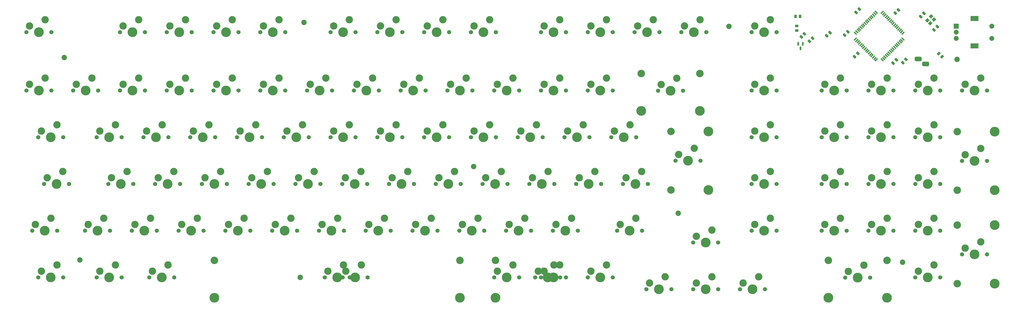
<source format=gbr>
%TF.GenerationSoftware,KiCad,Pcbnew,(6.0.4)*%
%TF.CreationDate,2022-11-05T13:57:26+01:00*%
%TF.ProjectId,pcb-rounded,7063622d-726f-4756-9e64-65642e6b6963,rev?*%
%TF.SameCoordinates,Original*%
%TF.FileFunction,Soldermask,Top*%
%TF.FilePolarity,Negative*%
%FSLAX46Y46*%
G04 Gerber Fmt 4.6, Leading zero omitted, Abs format (unit mm)*
G04 Created by KiCad (PCBNEW (6.0.4)) date 2022-11-05 13:57:26*
%MOMM*%
%LPD*%
G01*
G04 APERTURE LIST*
G04 Aperture macros list*
%AMRoundRect*
0 Rectangle with rounded corners*
0 $1 Rounding radius*
0 $2 $3 $4 $5 $6 $7 $8 $9 X,Y pos of 4 corners*
0 Add a 4 corners polygon primitive as box body*
4,1,4,$2,$3,$4,$5,$6,$7,$8,$9,$2,$3,0*
0 Add four circle primitives for the rounded corners*
1,1,$1+$1,$2,$3*
1,1,$1+$1,$4,$5*
1,1,$1+$1,$6,$7*
1,1,$1+$1,$8,$9*
0 Add four rect primitives between the rounded corners*
20,1,$1+$1,$2,$3,$4,$5,0*
20,1,$1+$1,$4,$5,$6,$7,0*
20,1,$1+$1,$6,$7,$8,$9,0*
20,1,$1+$1,$8,$9,$2,$3,0*%
%AMRotRect*
0 Rectangle, with rotation*
0 The origin of the aperture is its center*
0 $1 length*
0 $2 width*
0 $3 Rotation angle, in degrees counterclockwise*
0 Add horizontal line*
21,1,$1,$2,0,0,$3*%
G04 Aperture macros list end*
%ADD10RoundRect,0.450000X-0.950000X-0.450000X0.950000X-0.450000X0.950000X0.450000X-0.950000X0.450000X0*%
%ADD11C,1.701800*%
%ADD12C,3.987800*%
%ADD13C,3.000000*%
%ADD14RoundRect,0.250000X0.132583X-0.503814X0.503814X-0.132583X-0.132583X0.503814X-0.503814X0.132583X0*%
%ADD15C,2.200000*%
%ADD16RoundRect,0.250000X0.159099X-0.512652X0.512652X-0.159099X-0.159099X0.512652X-0.512652X0.159099X0*%
%ADD17RoundRect,0.250000X-0.159099X0.512652X-0.512652X0.159099X0.159099X-0.512652X0.512652X-0.159099X0*%
%ADD18C,3.048000*%
%ADD19RoundRect,0.250000X-0.503814X-0.132583X-0.132583X-0.503814X0.503814X0.132583X0.132583X0.503814X0*%
%ADD20RotRect,1.500000X0.550000X45.000000*%
%ADD21RotRect,1.500000X0.550000X135.000000*%
%ADD22RoundRect,0.250000X-0.262500X-0.450000X0.262500X-0.450000X0.262500X0.450000X-0.262500X0.450000X0*%
%ADD23RoundRect,0.150000X-0.150000X0.587500X-0.150000X-0.587500X0.150000X-0.587500X0.150000X0.587500X0*%
%ADD24RoundRect,0.250000X-0.132583X0.503814X-0.503814X0.132583X0.132583X-0.503814X0.503814X-0.132583X0*%
%ADD25RotRect,1.400000X1.200000X225.000000*%
%ADD26R,2.000000X2.000000*%
%ADD27C,2.000000*%
%ADD28R,3.200000X2.000000*%
%ADD29RoundRect,0.250000X0.450000X-0.262500X0.450000X0.262500X-0.450000X0.262500X-0.450000X-0.262500X0*%
G04 APERTURE END LIST*
D10*
%TO.C,SW1*%
X458875000Y-185531250D03*
X461875000Y-187531250D03*
%TD*%
D11*
%TO.C,MX13*%
X372586250Y-174625000D03*
D12*
X367506250Y-174625000D03*
D13*
X370046250Y-169545000D03*
D11*
X362426250Y-174625000D03*
D13*
X363696250Y-172085000D03*
%TD*%
%TO.C,MX11*%
X331946250Y-169545000D03*
D11*
X334486250Y-174625000D03*
X324326250Y-174625000D03*
D12*
X329406250Y-174625000D03*
D13*
X325596250Y-172085000D03*
%TD*%
D14*
%TO.C,R2*%
X414554765Y-178345235D03*
X415845235Y-177054765D03*
%TD*%
D12*
%TO.C,MX43*%
X281781250Y-217487500D03*
D11*
X276701250Y-217487500D03*
D13*
X277971250Y-214947500D03*
D11*
X286861250Y-217487500D03*
D13*
X284321250Y-212407500D03*
%TD*%
%TO.C,MX31*%
X446246250Y-193357500D03*
D12*
X443706250Y-198437500D03*
D11*
X438626250Y-198437500D03*
X448786250Y-198437500D03*
D13*
X439896250Y-195897500D03*
%TD*%
%TO.C,MX20*%
X198596250Y-193357500D03*
D11*
X190976250Y-198437500D03*
D12*
X196056250Y-198437500D03*
D13*
X192246250Y-195897500D03*
D11*
X201136250Y-198437500D03*
%TD*%
D12*
%TO.C,MX54*%
X172243750Y-236537500D03*
D11*
X167163750Y-236537500D03*
D13*
X168433750Y-233997500D03*
X174783750Y-231457500D03*
D11*
X177323750Y-236537500D03*
%TD*%
D15*
%TO.C,H3*%
X361156250Y-248443750D03*
%TD*%
%TO.C,H9*%
X111125000Y-184943750D03*
%TD*%
D11*
%TO.C,MX12*%
X343376250Y-174625000D03*
D13*
X344646250Y-172085000D03*
D12*
X348456250Y-174625000D03*
D13*
X350996250Y-169545000D03*
D11*
X353536250Y-174625000D03*
%TD*%
D12*
%TO.C,MX51*%
X107950000Y-236537500D03*
D11*
X113030000Y-236537500D03*
X102870000Y-236537500D03*
D13*
X104140000Y-233997500D03*
X110490000Y-231457500D03*
%TD*%
D16*
%TO.C,C7*%
X465259499Y-173709251D03*
X466603001Y-172365749D03*
%TD*%
D15*
%TO.C,H8*%
X474662500Y-185737500D03*
%TD*%
D11*
%TO.C,MX77*%
X233838750Y-255587500D03*
D13*
X241458750Y-250507500D03*
D11*
X243998750Y-255587500D03*
D13*
X235108750Y-253047500D03*
D12*
X238918750Y-255587500D03*
%TD*%
D17*
%TO.C,C4*%
X434249751Y-183224249D03*
X432906249Y-184567751D03*
%TD*%
D12*
%TO.C,MX79*%
X277018750Y-255587500D03*
D13*
X279558750Y-250507500D03*
X273208750Y-253047500D03*
D11*
X282098750Y-255587500D03*
X271938750Y-255587500D03*
%TD*%
D13*
%TO.C,MX49*%
X446246250Y-212407500D03*
X439896250Y-214947500D03*
D11*
X448786250Y-217487500D03*
D12*
X443706250Y-217487500D03*
D11*
X438626250Y-217487500D03*
%TD*%
D13*
%TO.C,MX45*%
X322421250Y-212407500D03*
D12*
X319881250Y-217487500D03*
D13*
X316071250Y-214947500D03*
D11*
X314801250Y-217487500D03*
X324961250Y-217487500D03*
%TD*%
%TO.C,MX42*%
X267811250Y-217487500D03*
D13*
X265271250Y-212407500D03*
D11*
X257651250Y-217487500D03*
D12*
X262731250Y-217487500D03*
D13*
X258921250Y-214947500D03*
%TD*%
D12*
%TO.C,MX10*%
X310356250Y-174625000D03*
D11*
X305276250Y-174625000D03*
X315436250Y-174625000D03*
D13*
X306546250Y-172085000D03*
X312896250Y-169545000D03*
%TD*%
D12*
%TO.C,MX92*%
X229537500Y-274637500D03*
D13*
X224790000Y-269557500D03*
D11*
X224457500Y-274637500D03*
D18*
X286687500Y-267652500D03*
D11*
X227330000Y-274637500D03*
D13*
X232077500Y-269557500D03*
D12*
X172250100Y-282892500D03*
D11*
X234617500Y-274637500D03*
X217170000Y-274637500D03*
D12*
X272249900Y-282892500D03*
D13*
X225727500Y-272097500D03*
D18*
X272249900Y-267652500D03*
X172250100Y-267652500D03*
D12*
X286687500Y-282892500D03*
D13*
X218440000Y-272097500D03*
D12*
X222250000Y-274637500D03*
%TD*%
D16*
%TO.C,C3*%
X448590749Y-187203001D03*
X449934251Y-185859499D03*
%TD*%
D19*
%TO.C,R8*%
X467254765Y-183354765D03*
X468545235Y-184645235D03*
%TD*%
D13*
%TO.C,MX9*%
X284321250Y-169545000D03*
D11*
X286861250Y-174625000D03*
D12*
X281781250Y-174625000D03*
D13*
X277971250Y-172085000D03*
D11*
X276701250Y-174625000D03*
%TD*%
%TO.C,MX18*%
X163036250Y-198437500D03*
D12*
X157956250Y-198437500D03*
D13*
X160496250Y-193357500D03*
X154146250Y-195897500D03*
D11*
X152876250Y-198437500D03*
%TD*%
%TO.C,MX15*%
X95726250Y-198437500D03*
D12*
X100806250Y-198437500D03*
D11*
X105886250Y-198437500D03*
D13*
X103346250Y-193357500D03*
X96996250Y-195897500D03*
%TD*%
D20*
%TO.C,U1*%
X433288637Y-177414582D03*
X433854323Y-177980267D03*
X434420008Y-178545952D03*
X434985693Y-179111638D03*
X435551379Y-179677323D03*
X436117064Y-180243009D03*
X436682750Y-180808694D03*
X437248435Y-181374380D03*
X437814120Y-181940065D03*
X438379806Y-182505750D03*
X438945491Y-183071436D03*
X439511177Y-183637121D03*
X440076862Y-184202807D03*
X440642548Y-184768492D03*
X441208233Y-185334177D03*
X441773918Y-185899863D03*
D21*
X444178082Y-185899863D03*
X444743767Y-185334177D03*
X445309452Y-184768492D03*
X445875138Y-184202807D03*
X446440823Y-183637121D03*
X447006509Y-183071436D03*
X447572194Y-182505750D03*
X448137880Y-181940065D03*
X448703565Y-181374380D03*
X449269250Y-180808694D03*
X449834936Y-180243009D03*
X450400621Y-179677323D03*
X450966307Y-179111638D03*
X451531992Y-178545952D03*
X452097677Y-177980267D03*
X452663363Y-177414582D03*
D20*
X452663363Y-175010418D03*
X452097677Y-174444733D03*
X451531992Y-173879048D03*
X450966307Y-173313362D03*
X450400621Y-172747677D03*
X449834936Y-172181991D03*
X449269250Y-171616306D03*
X448703565Y-171050620D03*
X448137880Y-170484935D03*
X447572194Y-169919250D03*
X447006509Y-169353564D03*
X446440823Y-168787879D03*
X445875138Y-168222193D03*
X445309452Y-167656508D03*
X444743767Y-167090823D03*
X444178082Y-166525137D03*
D21*
X441773918Y-166525137D03*
X441208233Y-167090823D03*
X440642548Y-167656508D03*
X440076862Y-168222193D03*
X439511177Y-168787879D03*
X438945491Y-169353564D03*
X438379806Y-169919250D03*
X437814120Y-170484935D03*
X437248435Y-171050620D03*
X436682750Y-171616306D03*
X436117064Y-172181991D03*
X435551379Y-172747677D03*
X434985693Y-173313362D03*
X434420008Y-173879048D03*
X433854323Y-174444733D03*
X433288637Y-175010418D03*
%TD*%
D12*
%TO.C,MX5*%
X196056250Y-174625000D03*
D13*
X198596250Y-169545000D03*
D11*
X190976250Y-174625000D03*
D13*
X192246250Y-172085000D03*
D11*
X201136250Y-174625000D03*
%TD*%
%TO.C,MX21*%
X220186250Y-198437500D03*
D12*
X215106250Y-198437500D03*
D11*
X210026250Y-198437500D03*
D13*
X211296250Y-195897500D03*
X217646250Y-193357500D03*
%TD*%
D11*
%TO.C,MX84*%
X401161250Y-255587500D03*
X391001250Y-255587500D03*
D13*
X392271250Y-253047500D03*
X398621250Y-250507500D03*
D12*
X396081250Y-255587500D03*
%TD*%
D13*
%TO.C,MX44*%
X303371250Y-212407500D03*
D11*
X295751250Y-217487500D03*
D12*
X300831250Y-217487500D03*
D11*
X305911250Y-217487500D03*
D13*
X297021250Y-214947500D03*
%TD*%
%TO.C,MX47*%
X398621250Y-212407500D03*
D12*
X396081250Y-217487500D03*
D11*
X401161250Y-217487500D03*
D13*
X392271250Y-214947500D03*
D11*
X391001250Y-217487500D03*
%TD*%
D13*
%TO.C,MX32*%
X458946250Y-195897500D03*
D12*
X462756250Y-198437500D03*
D11*
X457676250Y-198437500D03*
X467836250Y-198437500D03*
D13*
X465296250Y-193357500D03*
%TD*%
D11*
%TO.C,MX91*%
X145732500Y-274637500D03*
X155892500Y-274637500D03*
D12*
X150812500Y-274637500D03*
D13*
X147002500Y-272097500D03*
X153352500Y-269557500D03*
%TD*%
D11*
%TO.C,MX36*%
X153511250Y-217487500D03*
D12*
X148431250Y-217487500D03*
D13*
X144621250Y-214947500D03*
D11*
X143351250Y-217487500D03*
D13*
X150971250Y-212407500D03*
%TD*%
%TO.C,MX71*%
X127158750Y-250507500D03*
D12*
X124618750Y-255587500D03*
D13*
X120808750Y-253047500D03*
D11*
X119538750Y-255587500D03*
X129698750Y-255587500D03*
%TD*%
%TO.C,MX80*%
X301148750Y-255587500D03*
D13*
X298608750Y-250507500D03*
X292258750Y-253047500D03*
D12*
X296068750Y-255587500D03*
D11*
X290988750Y-255587500D03*
%TD*%
D22*
%TO.C,R7*%
X408887500Y-168200000D03*
X410712500Y-168200000D03*
%TD*%
D12*
%TO.C,MX89*%
X105568750Y-274637500D03*
D13*
X108108750Y-269557500D03*
D11*
X100488750Y-274637500D03*
D13*
X101758750Y-272097500D03*
D11*
X110648750Y-274637500D03*
%TD*%
%TO.C,MX66*%
X429736250Y-236537500D03*
D13*
X427196250Y-231457500D03*
D12*
X424656250Y-236537500D03*
D13*
X420846250Y-233997500D03*
D11*
X419576250Y-236537500D03*
%TD*%
%TO.C,MX3*%
X163036250Y-174625000D03*
D13*
X160496250Y-169545000D03*
D12*
X157956250Y-174625000D03*
D13*
X154146250Y-172085000D03*
D11*
X152876250Y-174625000D03*
%TD*%
D12*
%TO.C,MX61*%
X305593750Y-236537500D03*
D13*
X308133750Y-231457500D03*
D11*
X310673750Y-236537500D03*
D13*
X301783750Y-233997500D03*
D11*
X300513750Y-236537500D03*
%TD*%
%TO.C,MX100*%
X457676250Y-274637500D03*
D13*
X458946250Y-272097500D03*
X465296250Y-269557500D03*
D12*
X462756250Y-274637500D03*
D11*
X467836250Y-274637500D03*
%TD*%
D12*
%TO.C,MX86*%
X443706250Y-255587500D03*
D13*
X439896250Y-253047500D03*
D11*
X448786250Y-255587500D03*
D13*
X446246250Y-250507500D03*
D11*
X438626250Y-255587500D03*
%TD*%
%TO.C,MX39*%
X210661250Y-217487500D03*
X200501250Y-217487500D03*
D12*
X205581250Y-217487500D03*
D13*
X208121250Y-212407500D03*
X201771250Y-214947500D03*
%TD*%
D12*
%TO.C,MX87*%
X462756250Y-255587500D03*
D11*
X457676250Y-255587500D03*
X467836250Y-255587500D03*
D13*
X465296250Y-250507500D03*
X458946250Y-253047500D03*
%TD*%
D11*
%TO.C,MX83*%
X367188750Y-260350000D03*
D12*
X372268750Y-260350000D03*
D11*
X377348750Y-260350000D03*
D13*
X368458750Y-257810000D03*
X374808750Y-255270000D03*
%TD*%
%TO.C,MX78*%
X254158750Y-253047500D03*
D11*
X252888750Y-255587500D03*
D12*
X257968750Y-255587500D03*
D11*
X263048750Y-255587500D03*
D13*
X260508750Y-250507500D03*
%TD*%
D15*
%TO.C,H5*%
X277812500Y-229393750D03*
%TD*%
D13*
%TO.C,MX40*%
X220821250Y-214947500D03*
D12*
X224631250Y-217487500D03*
D11*
X219551250Y-217487500D03*
D13*
X227171250Y-212407500D03*
D11*
X229711250Y-217487500D03*
%TD*%
%TO.C,MX81*%
X310038750Y-255587500D03*
D13*
X311308750Y-253047500D03*
X317658750Y-250507500D03*
D11*
X320198750Y-255587500D03*
D12*
X315118750Y-255587500D03*
%TD*%
D11*
%TO.C,MX25*%
X296386250Y-198437500D03*
D13*
X293846250Y-193357500D03*
D11*
X286226250Y-198437500D03*
D12*
X291306250Y-198437500D03*
D13*
X287496250Y-195897500D03*
%TD*%
D17*
%TO.C,C8*%
X422946751Y-174746999D03*
X421603249Y-176090501D03*
%TD*%
D13*
%TO.C,MX52*%
X130333750Y-233997500D03*
X136683750Y-231457500D03*
D11*
X139223750Y-236537500D03*
D12*
X134143750Y-236537500D03*
D11*
X129063750Y-236537500D03*
%TD*%
D12*
%TO.C,MX28*%
X369919250Y-206692500D03*
D11*
X352901250Y-198503639D03*
D13*
X354171250Y-195963639D03*
X360521250Y-193423639D03*
D12*
X357981250Y-198503639D03*
D11*
X363061250Y-198503639D03*
D12*
X346043250Y-206692500D03*
D18*
X346043250Y-191452500D03*
X369919250Y-191452500D03*
%TD*%
D11*
%TO.C,MX97*%
X367188750Y-279400000D03*
D12*
X372268750Y-279400000D03*
D13*
X374808750Y-274320000D03*
X368458750Y-276860000D03*
D11*
X377348750Y-279400000D03*
%TD*%
D15*
%TO.C,H4*%
X208756250Y-170656250D03*
%TD*%
D11*
%TO.C,MX63*%
X338613750Y-236537500D03*
D12*
X343693750Y-236537500D03*
D11*
X348773750Y-236537500D03*
D13*
X339883750Y-233997500D03*
X346233750Y-231457500D03*
%TD*%
%TO.C,MX16*%
X122396250Y-193357500D03*
D11*
X114776250Y-198437500D03*
X124936250Y-198437500D03*
D13*
X116046250Y-195897500D03*
D12*
X119856250Y-198437500D03*
%TD*%
D13*
%TO.C,MX76*%
X222408750Y-250507500D03*
D12*
X219868750Y-255587500D03*
D11*
X214788750Y-255587500D03*
D13*
X216058750Y-253047500D03*
D11*
X224948750Y-255587500D03*
%TD*%
D13*
%TO.C,MX14*%
X392271250Y-172085000D03*
D11*
X391001250Y-174625000D03*
X401161250Y-174625000D03*
D12*
X396081250Y-174625000D03*
D13*
X398621250Y-169545000D03*
%TD*%
D11*
%TO.C,MX65*%
X391001250Y-236537500D03*
D13*
X392271250Y-233997500D03*
D11*
X401161250Y-236537500D03*
D12*
X396081250Y-236537500D03*
D13*
X398621250Y-231457500D03*
%TD*%
D23*
%TO.C,Q1*%
X411850000Y-179362500D03*
X409950000Y-179362500D03*
X410900000Y-181237500D03*
%TD*%
D12*
%TO.C,MX75*%
X200818750Y-255587500D03*
D11*
X205898750Y-255587500D03*
D13*
X203358750Y-250507500D03*
D11*
X195738750Y-255587500D03*
D13*
X197008750Y-253047500D03*
%TD*%
D15*
%TO.C,H7*%
X381793750Y-172243750D03*
%TD*%
D11*
%TO.C,MX50*%
X457676250Y-217487500D03*
D13*
X458946250Y-214947500D03*
D11*
X467836250Y-217487500D03*
D12*
X462756250Y-217487500D03*
D13*
X465296250Y-212407500D03*
%TD*%
D12*
%TO.C,MX70*%
X103187500Y-255587500D03*
D13*
X99377500Y-253047500D03*
D11*
X98107500Y-255587500D03*
D13*
X105727500Y-250507500D03*
D11*
X108267500Y-255587500D03*
%TD*%
D14*
%TO.C,R1*%
X452586015Y-187027970D03*
X453876485Y-185737500D03*
%TD*%
D13*
%TO.C,MX33*%
X484346250Y-193357500D03*
D11*
X486886250Y-198437500D03*
X476726250Y-198437500D03*
D12*
X481806250Y-198437500D03*
D13*
X477996250Y-195897500D03*
%TD*%
%TO.C,MX72*%
X139858750Y-253047500D03*
D11*
X138588750Y-255587500D03*
D13*
X146208750Y-250507500D03*
D11*
X148748750Y-255587500D03*
D12*
X143668750Y-255587500D03*
%TD*%
D13*
%TO.C,MX94*%
X310515000Y-269557500D03*
X304165000Y-272097500D03*
D12*
X307975000Y-274637500D03*
D11*
X313055000Y-274637500D03*
D12*
X310356250Y-274637500D03*
D13*
X306546250Y-272097500D03*
D11*
X305276250Y-274637500D03*
X315436250Y-274637500D03*
X302895000Y-274637500D03*
D13*
X312896250Y-269557500D03*
%TD*%
D11*
%TO.C,MX74*%
X186848750Y-255587500D03*
X176688750Y-255587500D03*
D13*
X177958750Y-253047500D03*
X184308750Y-250507500D03*
D12*
X181768750Y-255587500D03*
%TD*%
D15*
%TO.C,H6*%
X207168750Y-274637500D03*
%TD*%
D16*
%TO.C,C6*%
X433509499Y-166565501D03*
X434853001Y-165221999D03*
%TD*%
D24*
%TO.C,R3*%
X412545235Y-175254765D03*
X411254765Y-176545235D03*
%TD*%
D13*
%TO.C,MX6*%
X220821250Y-172085000D03*
D11*
X219551250Y-174625000D03*
D13*
X227171250Y-169545000D03*
D11*
X229711250Y-174625000D03*
D12*
X224631250Y-174625000D03*
%TD*%
D13*
%TO.C,MX19*%
X179546250Y-193357500D03*
D11*
X171926250Y-198437500D03*
D12*
X177006250Y-198437500D03*
D11*
X182086250Y-198437500D03*
D13*
X173196250Y-195897500D03*
%TD*%
D25*
%TO.C,Y1*%
X464108027Y-168221142D03*
X462552392Y-169776777D03*
X463754473Y-170978858D03*
X465310108Y-169423223D03*
%TD*%
D12*
%TO.C,MX90*%
X129381250Y-274637500D03*
D11*
X124301250Y-274637500D03*
X134461250Y-274637500D03*
D13*
X125571250Y-272097500D03*
X131921250Y-269557500D03*
%TD*%
D24*
%TO.C,R6*%
X450789985Y-165554765D03*
X449499515Y-166845235D03*
%TD*%
D18*
%TO.C,MX69*%
X474755111Y-239016639D03*
D12*
X489995111Y-215140639D03*
X489995111Y-239016639D03*
X481806250Y-227078639D03*
D13*
X477996250Y-224538639D03*
D11*
X486886250Y-227078639D03*
D13*
X484346250Y-221998639D03*
D11*
X476726250Y-227078639D03*
D18*
X474755111Y-215140639D03*
%TD*%
D12*
%TO.C,MX30*%
X424656250Y-198437500D03*
D13*
X420846250Y-195897500D03*
D11*
X429736250Y-198437500D03*
D13*
X427196250Y-193357500D03*
D11*
X419576250Y-198437500D03*
%TD*%
%TO.C,MX85*%
X419576250Y-255587500D03*
D12*
X424656250Y-255587500D03*
D11*
X429736250Y-255587500D03*
D13*
X427196250Y-250507500D03*
X420846250Y-253047500D03*
%TD*%
D15*
%TO.C,H2*%
X452500000Y-268400000D03*
%TD*%
D13*
%TO.C,MX73*%
X165258750Y-250507500D03*
X158908750Y-253047500D03*
D11*
X167798750Y-255587500D03*
D12*
X162718750Y-255587500D03*
D11*
X157638750Y-255587500D03*
%TD*%
D13*
%TO.C,MX57*%
X225583750Y-233997500D03*
D11*
X234473750Y-236537500D03*
D12*
X229393750Y-236537500D03*
D13*
X231933750Y-231457500D03*
D11*
X224313750Y-236537500D03*
%TD*%
D13*
%TO.C,MX48*%
X420846250Y-214947500D03*
D11*
X419576250Y-217487500D03*
X429736250Y-217487500D03*
D13*
X427196250Y-212407500D03*
D12*
X424656250Y-217487500D03*
%TD*%
D11*
%TO.C,MX95*%
X334486250Y-274637500D03*
D13*
X331946250Y-269557500D03*
D12*
X329406250Y-274637500D03*
D11*
X324326250Y-274637500D03*
D13*
X325596250Y-272097500D03*
%TD*%
D11*
%TO.C,MX98*%
X396398750Y-279400000D03*
D13*
X387508750Y-276860000D03*
D11*
X386238750Y-279400000D03*
D13*
X393858750Y-274320000D03*
D12*
X391318750Y-279400000D03*
%TD*%
%TO.C,MX55*%
X191293750Y-236537500D03*
D13*
X187483750Y-233997500D03*
D11*
X196373750Y-236537500D03*
X186213750Y-236537500D03*
D13*
X193833750Y-231457500D03*
%TD*%
%TO.C,MX60*%
X282733750Y-233997500D03*
D11*
X291623750Y-236537500D03*
D13*
X289083750Y-231457500D03*
D11*
X281463750Y-236537500D03*
D12*
X286543750Y-236537500D03*
%TD*%
D18*
%TO.C,MX99*%
X422243250Y-267652500D03*
X446119250Y-267652500D03*
D13*
X430371250Y-272163639D03*
D12*
X446119250Y-282892500D03*
D13*
X436721250Y-269623639D03*
D12*
X434181250Y-274703639D03*
D11*
X429101250Y-274703639D03*
D12*
X422243250Y-282892500D03*
D11*
X439261250Y-274703639D03*
%TD*%
%TO.C,MX7*%
X248761250Y-174625000D03*
D13*
X239871250Y-172085000D03*
X246221250Y-169545000D03*
D12*
X243681250Y-174625000D03*
D11*
X238601250Y-174625000D03*
%TD*%
D16*
%TO.C,C5*%
X428873999Y-175804751D03*
X430217501Y-174461249D03*
%TD*%
D12*
%TO.C,MX37*%
X167481250Y-217487500D03*
D11*
X162401250Y-217487500D03*
X172561250Y-217487500D03*
D13*
X163671250Y-214947500D03*
X170021250Y-212407500D03*
%TD*%
%TO.C,MX96*%
X355758750Y-274320000D03*
D11*
X348138750Y-279400000D03*
D13*
X349408750Y-276860000D03*
D12*
X353218750Y-279400000D03*
D11*
X358298750Y-279400000D03*
%TD*%
%TO.C,MX4*%
X182086250Y-174625000D03*
D12*
X177006250Y-174625000D03*
D13*
X173196250Y-172085000D03*
D11*
X171926250Y-174625000D03*
D13*
X179546250Y-169545000D03*
%TD*%
D15*
%TO.C,H1*%
X117475000Y-267493750D03*
%TD*%
D12*
%TO.C,MX56*%
X210343750Y-236537500D03*
D11*
X205263750Y-236537500D03*
D13*
X212883750Y-231457500D03*
D11*
X215423750Y-236537500D03*
D13*
X206533750Y-233997500D03*
%TD*%
D11*
%TO.C,MX46*%
X344011250Y-217487500D03*
D13*
X335121250Y-214947500D03*
D12*
X338931250Y-217487500D03*
D11*
X333851250Y-217487500D03*
D13*
X341471250Y-212407500D03*
%TD*%
D11*
%TO.C,MX22*%
X229076250Y-198437500D03*
D12*
X234156250Y-198437500D03*
D13*
X236696250Y-193357500D03*
D11*
X239236250Y-198437500D03*
D13*
X230346250Y-195897500D03*
%TD*%
%TO.C,MX38*%
X189071250Y-212407500D03*
D11*
X181451250Y-217487500D03*
D12*
X186531250Y-217487500D03*
D11*
X191611250Y-217487500D03*
D13*
X182721250Y-214947500D03*
%TD*%
D12*
%TO.C,MX23*%
X253206250Y-198437500D03*
D13*
X249396250Y-195897500D03*
D11*
X258286250Y-198437500D03*
D13*
X255746250Y-193357500D03*
D11*
X248126250Y-198437500D03*
%TD*%
%TO.C,MX27*%
X334486250Y-198437500D03*
D13*
X325596250Y-195897500D03*
D11*
X324326250Y-198437500D03*
D13*
X331946250Y-193357500D03*
D12*
X329406250Y-198437500D03*
%TD*%
D11*
%TO.C,MX1*%
X95726250Y-174625000D03*
D13*
X96996250Y-172085000D03*
D11*
X105886250Y-174625000D03*
D13*
X103346250Y-169545000D03*
D12*
X100806250Y-174625000D03*
%TD*%
D26*
%TO.C,SW2*%
X474306250Y-172125000D03*
D27*
X474306250Y-177125000D03*
X474306250Y-174625000D03*
D28*
X481806250Y-169025000D03*
X481806250Y-180225000D03*
D27*
X488806250Y-177125000D03*
X488806250Y-172125000D03*
%TD*%
D12*
%TO.C,MX93*%
X291306250Y-274637500D03*
D13*
X287496250Y-272097500D03*
X293846250Y-269557500D03*
D11*
X286226250Y-274637500D03*
X296386250Y-274637500D03*
%TD*%
D12*
%TO.C,MX67*%
X443706250Y-236537500D03*
D11*
X448786250Y-236537500D03*
D13*
X446246250Y-231457500D03*
X439896250Y-233997500D03*
D11*
X438626250Y-236537500D03*
%TD*%
D13*
%TO.C,MX8*%
X265271250Y-169545000D03*
D12*
X262731250Y-174625000D03*
D13*
X258921250Y-172085000D03*
D11*
X257651250Y-174625000D03*
X267811250Y-174625000D03*
%TD*%
D12*
%TO.C,MX88*%
X489995111Y-277116639D03*
D18*
X474755111Y-253240639D03*
D13*
X484346250Y-260098639D03*
D12*
X489995111Y-253240639D03*
X481806250Y-265178639D03*
D11*
X476726250Y-265178639D03*
D13*
X477996250Y-262638639D03*
D11*
X486886250Y-265178639D03*
D18*
X474755111Y-277116639D03*
%TD*%
D13*
%TO.C,MX41*%
X246221250Y-212407500D03*
X239871250Y-214947500D03*
D12*
X243681250Y-217487500D03*
D11*
X238601250Y-217487500D03*
X248761250Y-217487500D03*
%TD*%
D17*
%TO.C,C2*%
X461203001Y-166928249D03*
X459859499Y-168271751D03*
%TD*%
D11*
%TO.C,MX17*%
X133826250Y-198437500D03*
X143986250Y-198437500D03*
D13*
X135096250Y-195897500D03*
X141446250Y-193357500D03*
D12*
X138906250Y-198437500D03*
%TD*%
D11*
%TO.C,MX26*%
X305276250Y-198437500D03*
D13*
X306546250Y-195897500D03*
D12*
X310356250Y-198437500D03*
D11*
X315436250Y-198437500D03*
D13*
X312896250Y-193357500D03*
%TD*%
%TO.C,MX82*%
X337502500Y-253047500D03*
D11*
X336232500Y-255587500D03*
X346392500Y-255587500D03*
D12*
X341312500Y-255587500D03*
D13*
X343852500Y-250507500D03*
%TD*%
D29*
%TO.C,R9*%
X409400000Y-173912500D03*
X409400000Y-172087500D03*
%TD*%
D11*
%TO.C,MX62*%
X319563750Y-236537500D03*
D13*
X320833750Y-233997500D03*
D11*
X329723750Y-236537500D03*
D13*
X327183750Y-231457500D03*
D12*
X324643750Y-236537500D03*
%TD*%
D13*
%TO.C,MX34*%
X101758750Y-214947500D03*
X108108750Y-212407500D03*
D11*
X100488750Y-217487500D03*
D12*
X105568750Y-217487500D03*
D11*
X110648750Y-217487500D03*
%TD*%
D13*
%TO.C,MX68*%
X465296250Y-231457500D03*
D11*
X467836250Y-236537500D03*
D12*
X462756250Y-236537500D03*
D11*
X457676250Y-236537500D03*
D13*
X458946250Y-233997500D03*
%TD*%
D11*
%TO.C,MX24*%
X277336250Y-198437500D03*
D12*
X272256250Y-198437500D03*
D13*
X268446250Y-195897500D03*
X274796250Y-193357500D03*
D11*
X267176250Y-198437500D03*
%TD*%
%TO.C,MX29*%
X391001250Y-198437500D03*
D13*
X398621250Y-193357500D03*
D12*
X396081250Y-198437500D03*
D11*
X401161250Y-198437500D03*
D13*
X392271250Y-195897500D03*
%TD*%
D12*
%TO.C,MX35*%
X129381250Y-217487500D03*
D11*
X124301250Y-217487500D03*
D13*
X125571250Y-214947500D03*
X131921250Y-212407500D03*
D11*
X134461250Y-217487500D03*
%TD*%
%TO.C,MX64*%
X360045000Y-227012500D03*
D12*
X365125000Y-227012500D03*
D18*
X358140000Y-215074500D03*
D13*
X367665000Y-221932500D03*
D11*
X370205000Y-227012500D03*
D12*
X373380000Y-238950500D03*
D18*
X358140000Y-238950500D03*
D12*
X373380000Y-215074500D03*
D13*
X361315000Y-224472500D03*
%TD*%
D11*
%TO.C,MX58*%
X243363750Y-236537500D03*
D13*
X244633750Y-233997500D03*
X250983750Y-231457500D03*
D12*
X248443750Y-236537500D03*
D11*
X253523750Y-236537500D03*
%TD*%
%TO.C,MX53*%
X148113750Y-236537500D03*
X158273750Y-236537500D03*
D13*
X149383750Y-233997500D03*
D12*
X153193750Y-236537500D03*
D13*
X155733750Y-231457500D03*
%TD*%
D11*
%TO.C,MX2*%
X133826250Y-174625000D03*
D12*
X138906250Y-174625000D03*
D11*
X143986250Y-174625000D03*
D13*
X141446250Y-169545000D03*
X135096250Y-172085000D03*
%TD*%
%TO.C,MX59*%
X263683750Y-233997500D03*
D12*
X267493750Y-236537500D03*
D11*
X262413750Y-236537500D03*
D13*
X270033750Y-231457500D03*
D11*
X272573750Y-236537500D03*
%TD*%
M02*

</source>
